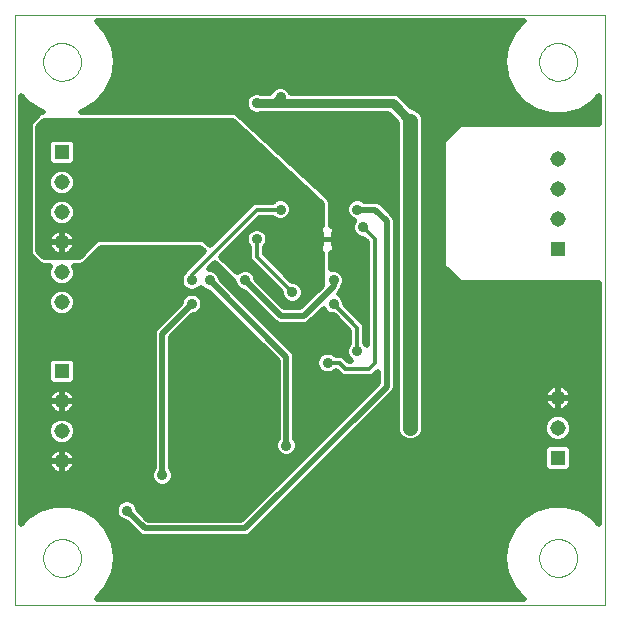
<source format=gbl>
G75*
%MOIN*%
%OFA0B0*%
%FSLAX24Y24*%
%IPPOS*%
%LPD*%
%AMOC8*
5,1,8,0,0,1.08239X$1,22.5*
%
%ADD10C,0.0000*%
%ADD11R,0.0515X0.0515*%
%ADD12C,0.0515*%
%ADD13R,0.0250X0.0500*%
%ADD14C,0.0160*%
%ADD15C,0.0197*%
%ADD16C,0.0356*%
%ADD17C,0.0315*%
%ADD18C,0.0138*%
%ADD19C,0.0500*%
D10*
X000198Y000198D02*
X000198Y019883D01*
X019883Y019883D01*
X019883Y000198D01*
X000198Y000198D01*
X001143Y001773D02*
X001145Y001823D01*
X001151Y001873D01*
X001161Y001922D01*
X001175Y001970D01*
X001192Y002017D01*
X001213Y002062D01*
X001238Y002106D01*
X001266Y002147D01*
X001298Y002186D01*
X001332Y002223D01*
X001369Y002257D01*
X001409Y002287D01*
X001451Y002314D01*
X001495Y002338D01*
X001541Y002359D01*
X001588Y002375D01*
X001636Y002388D01*
X001686Y002397D01*
X001735Y002402D01*
X001786Y002403D01*
X001836Y002400D01*
X001885Y002393D01*
X001934Y002382D01*
X001982Y002367D01*
X002028Y002349D01*
X002073Y002327D01*
X002116Y002301D01*
X002157Y002272D01*
X002196Y002240D01*
X002232Y002205D01*
X002264Y002167D01*
X002294Y002127D01*
X002321Y002084D01*
X002344Y002040D01*
X002363Y001994D01*
X002379Y001946D01*
X002391Y001897D01*
X002399Y001848D01*
X002403Y001798D01*
X002403Y001748D01*
X002399Y001698D01*
X002391Y001649D01*
X002379Y001600D01*
X002363Y001552D01*
X002344Y001506D01*
X002321Y001462D01*
X002294Y001419D01*
X002264Y001379D01*
X002232Y001341D01*
X002196Y001306D01*
X002157Y001274D01*
X002116Y001245D01*
X002073Y001219D01*
X002028Y001197D01*
X001982Y001179D01*
X001934Y001164D01*
X001885Y001153D01*
X001836Y001146D01*
X001786Y001143D01*
X001735Y001144D01*
X001686Y001149D01*
X001636Y001158D01*
X001588Y001171D01*
X001541Y001187D01*
X001495Y001208D01*
X001451Y001232D01*
X001409Y001259D01*
X001369Y001289D01*
X001332Y001323D01*
X001298Y001360D01*
X001266Y001399D01*
X001238Y001440D01*
X001213Y001484D01*
X001192Y001529D01*
X001175Y001576D01*
X001161Y001624D01*
X001151Y001673D01*
X001145Y001723D01*
X001143Y001773D01*
X001143Y018309D02*
X001145Y018359D01*
X001151Y018409D01*
X001161Y018458D01*
X001175Y018506D01*
X001192Y018553D01*
X001213Y018598D01*
X001238Y018642D01*
X001266Y018683D01*
X001298Y018722D01*
X001332Y018759D01*
X001369Y018793D01*
X001409Y018823D01*
X001451Y018850D01*
X001495Y018874D01*
X001541Y018895D01*
X001588Y018911D01*
X001636Y018924D01*
X001686Y018933D01*
X001735Y018938D01*
X001786Y018939D01*
X001836Y018936D01*
X001885Y018929D01*
X001934Y018918D01*
X001982Y018903D01*
X002028Y018885D01*
X002073Y018863D01*
X002116Y018837D01*
X002157Y018808D01*
X002196Y018776D01*
X002232Y018741D01*
X002264Y018703D01*
X002294Y018663D01*
X002321Y018620D01*
X002344Y018576D01*
X002363Y018530D01*
X002379Y018482D01*
X002391Y018433D01*
X002399Y018384D01*
X002403Y018334D01*
X002403Y018284D01*
X002399Y018234D01*
X002391Y018185D01*
X002379Y018136D01*
X002363Y018088D01*
X002344Y018042D01*
X002321Y017998D01*
X002294Y017955D01*
X002264Y017915D01*
X002232Y017877D01*
X002196Y017842D01*
X002157Y017810D01*
X002116Y017781D01*
X002073Y017755D01*
X002028Y017733D01*
X001982Y017715D01*
X001934Y017700D01*
X001885Y017689D01*
X001836Y017682D01*
X001786Y017679D01*
X001735Y017680D01*
X001686Y017685D01*
X001636Y017694D01*
X001588Y017707D01*
X001541Y017723D01*
X001495Y017744D01*
X001451Y017768D01*
X001409Y017795D01*
X001369Y017825D01*
X001332Y017859D01*
X001298Y017896D01*
X001266Y017935D01*
X001238Y017976D01*
X001213Y018020D01*
X001192Y018065D01*
X001175Y018112D01*
X001161Y018160D01*
X001151Y018209D01*
X001145Y018259D01*
X001143Y018309D01*
X017679Y018309D02*
X017681Y018359D01*
X017687Y018409D01*
X017697Y018458D01*
X017711Y018506D01*
X017728Y018553D01*
X017749Y018598D01*
X017774Y018642D01*
X017802Y018683D01*
X017834Y018722D01*
X017868Y018759D01*
X017905Y018793D01*
X017945Y018823D01*
X017987Y018850D01*
X018031Y018874D01*
X018077Y018895D01*
X018124Y018911D01*
X018172Y018924D01*
X018222Y018933D01*
X018271Y018938D01*
X018322Y018939D01*
X018372Y018936D01*
X018421Y018929D01*
X018470Y018918D01*
X018518Y018903D01*
X018564Y018885D01*
X018609Y018863D01*
X018652Y018837D01*
X018693Y018808D01*
X018732Y018776D01*
X018768Y018741D01*
X018800Y018703D01*
X018830Y018663D01*
X018857Y018620D01*
X018880Y018576D01*
X018899Y018530D01*
X018915Y018482D01*
X018927Y018433D01*
X018935Y018384D01*
X018939Y018334D01*
X018939Y018284D01*
X018935Y018234D01*
X018927Y018185D01*
X018915Y018136D01*
X018899Y018088D01*
X018880Y018042D01*
X018857Y017998D01*
X018830Y017955D01*
X018800Y017915D01*
X018768Y017877D01*
X018732Y017842D01*
X018693Y017810D01*
X018652Y017781D01*
X018609Y017755D01*
X018564Y017733D01*
X018518Y017715D01*
X018470Y017700D01*
X018421Y017689D01*
X018372Y017682D01*
X018322Y017679D01*
X018271Y017680D01*
X018222Y017685D01*
X018172Y017694D01*
X018124Y017707D01*
X018077Y017723D01*
X018031Y017744D01*
X017987Y017768D01*
X017945Y017795D01*
X017905Y017825D01*
X017868Y017859D01*
X017834Y017896D01*
X017802Y017935D01*
X017774Y017976D01*
X017749Y018020D01*
X017728Y018065D01*
X017711Y018112D01*
X017697Y018160D01*
X017687Y018209D01*
X017681Y018259D01*
X017679Y018309D01*
X017679Y001773D02*
X017681Y001823D01*
X017687Y001873D01*
X017697Y001922D01*
X017711Y001970D01*
X017728Y002017D01*
X017749Y002062D01*
X017774Y002106D01*
X017802Y002147D01*
X017834Y002186D01*
X017868Y002223D01*
X017905Y002257D01*
X017945Y002287D01*
X017987Y002314D01*
X018031Y002338D01*
X018077Y002359D01*
X018124Y002375D01*
X018172Y002388D01*
X018222Y002397D01*
X018271Y002402D01*
X018322Y002403D01*
X018372Y002400D01*
X018421Y002393D01*
X018470Y002382D01*
X018518Y002367D01*
X018564Y002349D01*
X018609Y002327D01*
X018652Y002301D01*
X018693Y002272D01*
X018732Y002240D01*
X018768Y002205D01*
X018800Y002167D01*
X018830Y002127D01*
X018857Y002084D01*
X018880Y002040D01*
X018899Y001994D01*
X018915Y001946D01*
X018927Y001897D01*
X018935Y001848D01*
X018939Y001798D01*
X018939Y001748D01*
X018935Y001698D01*
X018927Y001649D01*
X018915Y001600D01*
X018899Y001552D01*
X018880Y001506D01*
X018857Y001462D01*
X018830Y001419D01*
X018800Y001379D01*
X018768Y001341D01*
X018732Y001306D01*
X018693Y001274D01*
X018652Y001245D01*
X018609Y001219D01*
X018564Y001197D01*
X018518Y001179D01*
X018470Y001164D01*
X018421Y001153D01*
X018372Y001146D01*
X018322Y001143D01*
X018271Y001144D01*
X018222Y001149D01*
X018172Y001158D01*
X018124Y001171D01*
X018077Y001187D01*
X018031Y001208D01*
X017987Y001232D01*
X017945Y001259D01*
X017905Y001289D01*
X017868Y001323D01*
X017834Y001360D01*
X017802Y001399D01*
X017774Y001440D01*
X017749Y001484D01*
X017728Y001529D01*
X017711Y001576D01*
X017697Y001624D01*
X017687Y001673D01*
X017681Y001723D01*
X017679Y001773D01*
D11*
X018309Y005104D03*
X018309Y012084D03*
X001773Y015297D03*
X001773Y007998D03*
D12*
X001773Y006998D03*
X001773Y005998D03*
X001773Y004998D03*
X001773Y010297D03*
X001773Y011297D03*
X001773Y012297D03*
X001773Y013297D03*
X001773Y014297D03*
X018309Y014084D03*
X018309Y013084D03*
X018309Y015084D03*
X018309Y007104D03*
X018309Y006104D03*
D13*
X010881Y012403D03*
X010381Y012403D03*
D14*
X010881Y012403D01*
D15*
X011025Y012259D01*
X011025Y012009D01*
X011033Y011955D02*
X011083Y011968D01*
X011128Y011994D01*
X011165Y012031D01*
X011191Y012077D01*
X011205Y012127D01*
X011205Y012403D01*
X011160Y012403D01*
X011160Y012403D01*
X011205Y012403D01*
X011205Y012679D01*
X011191Y012730D01*
X011165Y012775D01*
X011128Y012812D01*
X011083Y012838D01*
X011033Y012852D01*
X010882Y012852D01*
X010882Y012682D01*
X010881Y012682D01*
X010881Y012852D01*
X010731Y012852D01*
X010731Y013531D01*
X010733Y013535D01*
X010731Y013589D01*
X010731Y013643D01*
X010729Y013648D01*
X010729Y013653D01*
X010707Y013703D01*
X010686Y013752D01*
X010683Y013756D01*
X010680Y013761D01*
X010641Y013798D01*
X010603Y013836D01*
X010598Y013838D01*
X007688Y016554D01*
X007650Y016592D01*
X007645Y016594D01*
X007641Y016597D01*
X007591Y016616D01*
X007541Y016637D01*
X007536Y016637D01*
X007531Y016639D01*
X007477Y016637D01*
X002399Y016637D01*
X002520Y016673D01*
X002520Y016673D01*
X002951Y016950D01*
X003286Y017336D01*
X003286Y017336D01*
X003499Y017802D01*
X003572Y018309D01*
X003499Y018815D01*
X003499Y018815D01*
X003286Y019281D01*
X002951Y019668D01*
X002924Y019685D01*
X017158Y019685D01*
X017131Y019668D01*
X017131Y019668D01*
X017131Y019668D01*
X016796Y019281D01*
X016583Y018815D01*
X016510Y018309D01*
X016510Y018309D01*
X016583Y017802D01*
X016583Y017802D01*
X016796Y017336D01*
X017131Y016950D01*
X017562Y016673D01*
X018053Y016529D01*
X018565Y016529D01*
X019056Y016673D01*
X019486Y016950D01*
X019685Y017179D01*
X019685Y016243D01*
X015100Y016243D01*
X014991Y016198D01*
X014907Y016115D01*
X014514Y015721D01*
X014469Y015612D01*
X014469Y011557D01*
X014514Y011448D01*
X014597Y011364D01*
X014991Y010970D01*
X015100Y010925D01*
X019685Y010925D01*
X019685Y002903D01*
X019486Y003132D01*
X019056Y003409D01*
X019056Y003409D01*
X018565Y003553D01*
X018053Y003553D01*
X017562Y003409D01*
X017562Y003409D01*
X017131Y003132D01*
X016796Y002746D01*
X016796Y002746D01*
X016583Y002280D01*
X016583Y002280D01*
X016510Y001773D01*
X016583Y001267D01*
X016583Y001267D01*
X016796Y000801D01*
X017131Y000414D01*
X017158Y000397D01*
X002924Y000397D01*
X002951Y000414D01*
X002951Y000414D01*
X002951Y000414D01*
X003286Y000801D01*
X003499Y001267D01*
X003572Y001773D01*
X003499Y002280D01*
X003286Y002746D01*
X002951Y003132D01*
X002520Y003409D01*
X002029Y003553D01*
X001517Y003553D01*
X001026Y003409D01*
X000596Y003132D01*
X000596Y003132D01*
X000397Y002903D01*
X000397Y017179D01*
X000596Y016950D01*
X001026Y016673D01*
X001148Y016637D01*
X001124Y016637D01*
X001015Y016592D01*
X000931Y016508D01*
X000734Y016311D01*
X000689Y016202D01*
X000689Y011950D01*
X000734Y011841D01*
X000818Y011758D01*
X001015Y011561D01*
X001124Y011516D01*
X001370Y011516D01*
X001317Y011388D01*
X001317Y011206D01*
X001387Y011039D01*
X001515Y010910D01*
X001683Y010841D01*
X001864Y010841D01*
X002031Y010910D01*
X002160Y011039D01*
X002229Y011206D01*
X002229Y011388D01*
X002176Y011516D01*
X002423Y011516D01*
X002532Y011561D01*
X002615Y011644D01*
X002615Y011644D01*
X003077Y012106D01*
X006375Y012106D01*
X006492Y011989D01*
X005953Y011449D01*
X005877Y011373D01*
X005847Y011301D01*
X005785Y011238D01*
X005727Y011100D01*
X005727Y010950D01*
X005785Y010812D01*
X005891Y010706D01*
X006029Y010649D01*
X006179Y010649D01*
X006317Y010706D01*
X006399Y010788D01*
X006481Y010706D01*
X006620Y010649D01*
X006651Y010649D01*
X008957Y008343D01*
X008957Y005749D01*
X008934Y005727D01*
X008877Y005588D01*
X008877Y005438D01*
X008934Y005300D01*
X009040Y005194D01*
X009179Y005137D01*
X009328Y005137D01*
X009467Y005194D01*
X009573Y005300D01*
X009630Y005438D01*
X009630Y005588D01*
X009573Y005727D01*
X009550Y005749D01*
X009550Y008525D01*
X009505Y008634D01*
X007071Y011068D01*
X007071Y011100D01*
X007014Y011238D01*
X006908Y011344D01*
X006769Y011402D01*
X006662Y011402D01*
X006870Y011611D01*
X007499Y010982D01*
X007499Y010950D01*
X007556Y010812D01*
X007662Y010706D01*
X007801Y010649D01*
X007832Y010649D01*
X008805Y009676D01*
X008889Y009592D01*
X008998Y009547D01*
X009903Y009547D01*
X010012Y009592D01*
X010490Y010070D01*
X010509Y010025D01*
X010615Y009919D01*
X010753Y009861D01*
X010827Y009861D01*
X011348Y009340D01*
X011348Y008928D01*
X011297Y008876D01*
X011239Y008738D01*
X011239Y008588D01*
X011297Y008450D01*
X011402Y008344D01*
X011412Y008340D01*
X011333Y008340D01*
X011177Y008496D01*
X011078Y008537D01*
X010897Y008537D01*
X010845Y008589D01*
X010706Y008646D01*
X010557Y008646D01*
X010418Y008589D01*
X010312Y008483D01*
X010255Y008344D01*
X010255Y008194D01*
X010312Y008056D01*
X010418Y007950D01*
X010557Y007893D01*
X010706Y007893D01*
X010845Y007950D01*
X010897Y008002D01*
X010914Y008002D01*
X010995Y007921D01*
X011071Y007846D01*
X011169Y007805D01*
X012063Y007805D01*
X012161Y007846D01*
X012303Y007988D01*
X012303Y007605D01*
X007753Y003054D01*
X004652Y003054D01*
X004315Y003391D01*
X004315Y003423D01*
X004258Y003561D01*
X004152Y003667D01*
X004013Y003725D01*
X003864Y003725D01*
X003725Y003667D01*
X003619Y003561D01*
X003562Y003423D01*
X003562Y003273D01*
X003619Y003135D01*
X003725Y003029D01*
X003864Y002971D01*
X003895Y002971D01*
X004277Y002589D01*
X004361Y002506D01*
X004470Y002461D01*
X007935Y002461D01*
X008044Y002506D01*
X012768Y007230D01*
X012852Y007314D01*
X012897Y007423D01*
X012897Y013053D01*
X012852Y013162D01*
X012458Y013556D01*
X012374Y013639D01*
X012265Y013684D01*
X011851Y013684D01*
X011829Y013707D01*
X011691Y013764D01*
X011541Y013764D01*
X011402Y013707D01*
X011297Y013601D01*
X011239Y013462D01*
X011239Y013313D01*
X011297Y013174D01*
X011402Y013068D01*
X011508Y013025D01*
X011493Y013010D01*
X011436Y012872D01*
X011436Y012722D01*
X011493Y012584D01*
X011599Y012478D01*
X011738Y012420D01*
X011811Y012420D01*
X011939Y012292D01*
X011939Y008867D01*
X011935Y008876D01*
X011883Y008928D01*
X011883Y009504D01*
X011842Y009602D01*
X011205Y010239D01*
X011205Y010313D01*
X011148Y010451D01*
X011042Y010557D01*
X010996Y010576D01*
X010996Y010577D01*
X011080Y010660D01*
X011125Y010769D01*
X011125Y010790D01*
X011148Y010812D01*
X011205Y010950D01*
X011205Y011100D01*
X011148Y011238D01*
X011042Y011344D01*
X010903Y011402D01*
X010753Y011402D01*
X010731Y011393D01*
X010731Y011955D01*
X010881Y011955D01*
X010881Y012125D01*
X010882Y012125D01*
X010882Y011955D01*
X011033Y011955D01*
X010881Y012115D02*
X010882Y012115D01*
X010731Y011919D02*
X011939Y011919D01*
X011939Y011724D02*
X010731Y011724D01*
X010731Y011529D02*
X011939Y011529D01*
X011939Y011333D02*
X011053Y011333D01*
X011189Y011138D02*
X011939Y011138D01*
X011939Y010943D02*
X011202Y010943D01*
X011116Y010747D02*
X011939Y010747D01*
X011939Y010552D02*
X011047Y010552D01*
X011187Y010357D02*
X011939Y010357D01*
X011939Y010161D02*
X011283Y010161D01*
X011478Y009966D02*
X011939Y009966D01*
X011939Y009771D02*
X011674Y009771D01*
X011853Y009575D02*
X011939Y009575D01*
X011939Y009380D02*
X011883Y009380D01*
X011883Y009185D02*
X011939Y009185D01*
X011939Y008989D02*
X011883Y008989D01*
X011348Y008989D02*
X009150Y008989D01*
X008955Y009185D02*
X011348Y009185D01*
X011308Y009380D02*
X008760Y009380D01*
X008930Y009575D02*
X008564Y009575D01*
X008710Y009771D02*
X008369Y009771D01*
X008515Y009966D02*
X008174Y009966D01*
X008320Y010161D02*
X007978Y010161D01*
X008124Y010357D02*
X007783Y010357D01*
X007929Y010552D02*
X007587Y010552D01*
X007621Y010747D02*
X007392Y010747D01*
X007502Y010943D02*
X007197Y010943D01*
X007055Y011138D02*
X007343Y011138D01*
X007148Y011333D02*
X006919Y011333D01*
X006952Y011529D02*
X006789Y011529D01*
X007080Y011820D02*
X008380Y013120D01*
X008792Y013120D01*
X008843Y013068D01*
X008982Y013011D01*
X009132Y013011D01*
X009270Y013068D01*
X009376Y013174D01*
X009433Y013313D01*
X009433Y013462D01*
X009376Y013601D01*
X009270Y013707D01*
X009132Y013764D01*
X008982Y013764D01*
X008843Y013707D01*
X008792Y013655D01*
X008216Y013655D01*
X008118Y013614D01*
X006702Y012198D01*
X006498Y012403D01*
X002954Y012403D01*
X002364Y011813D01*
X001183Y011813D01*
X000986Y012009D01*
X000986Y016143D01*
X001183Y016340D01*
X007482Y016340D01*
X010435Y013584D01*
X010435Y012852D01*
X010382Y012852D01*
X010382Y012682D01*
X010381Y012682D01*
X010381Y012852D01*
X010230Y012852D01*
X010180Y012838D01*
X010135Y012812D01*
X010098Y012775D01*
X010072Y012730D01*
X010058Y012679D01*
X010058Y012403D01*
X010058Y012127D01*
X010072Y012077D01*
X010098Y012031D01*
X010135Y011994D01*
X010180Y011968D01*
X010230Y011955D01*
X010381Y011955D01*
X010381Y012125D01*
X010382Y012125D01*
X010382Y011955D01*
X010435Y011955D01*
X010435Y010854D01*
X009721Y010141D01*
X009180Y010141D01*
X008252Y011068D01*
X008252Y011100D01*
X008195Y011238D01*
X008089Y011344D01*
X007950Y011402D01*
X007801Y011402D01*
X007662Y011344D01*
X007609Y011291D01*
X007080Y011820D01*
X007177Y011724D02*
X008017Y011724D01*
X008002Y011759D02*
X008043Y011661D01*
X009074Y010630D01*
X009074Y010557D01*
X009131Y010418D01*
X009237Y010312D01*
X009375Y010255D01*
X009525Y010255D01*
X009664Y010312D01*
X009770Y010418D01*
X009827Y010557D01*
X009827Y010706D01*
X009770Y010845D01*
X009664Y010951D01*
X009525Y011008D01*
X009452Y011008D01*
X008537Y011923D01*
X008537Y012138D01*
X008589Y012190D01*
X008646Y012328D01*
X008646Y012478D01*
X008589Y012616D01*
X008483Y012722D01*
X008344Y012780D01*
X008194Y012780D01*
X008056Y012722D01*
X007950Y012616D01*
X007893Y012478D01*
X007893Y012328D01*
X007950Y012190D01*
X008002Y012138D01*
X008002Y011759D01*
X008002Y011919D02*
X007179Y011919D01*
X007375Y012115D02*
X008002Y012115D01*
X007900Y012310D02*
X007570Y012310D01*
X007765Y012506D02*
X007904Y012506D01*
X007961Y012701D02*
X008035Y012701D01*
X008156Y012896D02*
X010435Y012896D01*
X010435Y013092D02*
X009293Y013092D01*
X009423Y013287D02*
X010435Y013287D01*
X010435Y013482D02*
X009425Y013482D01*
X009299Y013678D02*
X010335Y013678D01*
X010125Y013873D02*
X001941Y013873D01*
X001864Y013841D02*
X002031Y013910D01*
X002160Y014039D01*
X002229Y014206D01*
X002229Y014388D01*
X002160Y014555D01*
X002031Y014683D01*
X001864Y014753D01*
X001683Y014753D01*
X001515Y014683D01*
X001387Y014555D01*
X001317Y014388D01*
X001317Y014206D01*
X001387Y014039D01*
X001515Y013910D01*
X001683Y013841D01*
X001864Y013841D01*
X001864Y013753D02*
X001683Y013753D01*
X001515Y013683D01*
X001387Y013555D01*
X001317Y013388D01*
X001317Y013206D01*
X001387Y013039D01*
X001515Y012910D01*
X001683Y012841D01*
X001864Y012841D01*
X002031Y012910D01*
X002160Y013039D01*
X002229Y013206D01*
X002229Y013388D01*
X002160Y013555D01*
X002031Y013683D01*
X001864Y013753D01*
X002037Y013678D02*
X008814Y013678D01*
X008820Y013092D02*
X008352Y013092D01*
X008504Y012701D02*
X010064Y012701D01*
X010058Y012506D02*
X008634Y012506D01*
X008638Y012310D02*
X010058Y012310D01*
X010058Y012403D02*
X010103Y012403D01*
X010103Y012403D01*
X010058Y012403D01*
X010381Y012701D02*
X010382Y012701D01*
X010731Y012896D02*
X011446Y012896D01*
X011445Y012701D02*
X011199Y012701D01*
X011205Y012506D02*
X011571Y012506D01*
X011921Y012310D02*
X011205Y012310D01*
X011202Y012115D02*
X011939Y012115D01*
X012897Y012115D02*
X012939Y012115D01*
X012939Y012310D02*
X012897Y012310D01*
X012897Y012506D02*
X012939Y012506D01*
X012939Y012701D02*
X012897Y012701D01*
X012897Y012896D02*
X012939Y012896D01*
X012939Y013092D02*
X012881Y013092D01*
X012939Y013287D02*
X012727Y013287D01*
X012531Y013482D02*
X012939Y013482D01*
X012939Y013678D02*
X012281Y013678D01*
X012206Y013387D02*
X011616Y013387D01*
X011373Y013678D02*
X010718Y013678D01*
X010731Y013482D02*
X011247Y013482D01*
X011250Y013287D02*
X010731Y013287D01*
X010731Y013092D02*
X011379Y013092D01*
X010882Y012701D02*
X010881Y012701D01*
X010382Y012115D02*
X010381Y012115D01*
X010435Y011919D02*
X008540Y011919D01*
X008537Y012115D02*
X010061Y012115D01*
X010435Y011724D02*
X008736Y011724D01*
X008931Y011529D02*
X010435Y011529D01*
X010435Y011333D02*
X009127Y011333D01*
X009322Y011138D02*
X010435Y011138D01*
X010435Y010943D02*
X009672Y010943D01*
X009810Y010747D02*
X010328Y010747D01*
X010132Y010552D02*
X009825Y010552D01*
X009937Y010357D02*
X009708Y010357D01*
X009741Y010161D02*
X009159Y010161D01*
X009193Y010357D02*
X008964Y010357D01*
X009076Y010552D02*
X008769Y010552D01*
X008956Y010747D02*
X008573Y010747D01*
X008761Y010943D02*
X008378Y010943D01*
X008236Y011138D02*
X008566Y011138D01*
X008370Y011333D02*
X008100Y011333D01*
X008175Y011529D02*
X007372Y011529D01*
X007567Y011333D02*
X007651Y011333D01*
X007876Y011025D02*
X009057Y009844D01*
X009844Y009844D01*
X010828Y010828D01*
X010828Y011025D01*
X010568Y009966D02*
X010386Y009966D01*
X010190Y009771D02*
X010917Y009771D01*
X011113Y009575D02*
X009971Y009575D01*
X009346Y008794D02*
X011262Y008794D01*
X011239Y008599D02*
X010821Y008599D01*
X010442Y008599D02*
X009520Y008599D01*
X009550Y008403D02*
X010279Y008403D01*
X010255Y008208D02*
X009550Y008208D01*
X009550Y008012D02*
X010356Y008012D01*
X011140Y007817D02*
X009550Y007817D01*
X009550Y007622D02*
X012303Y007622D01*
X012303Y007817D02*
X012092Y007817D01*
X012125Y007426D02*
X009550Y007426D01*
X009550Y007231D02*
X011929Y007231D01*
X011734Y007036D02*
X009550Y007036D01*
X009550Y006840D02*
X011539Y006840D01*
X011343Y006645D02*
X009550Y006645D01*
X009550Y006450D02*
X011148Y006450D01*
X010953Y006254D02*
X009550Y006254D01*
X009550Y006059D02*
X010757Y006059D01*
X010562Y005864D02*
X009550Y005864D01*
X009597Y005668D02*
X010367Y005668D01*
X010171Y005473D02*
X009630Y005473D01*
X009550Y005278D02*
X009976Y005278D01*
X009780Y005082D02*
X005417Y005082D01*
X005417Y004887D02*
X009585Y004887D01*
X009390Y004691D02*
X005460Y004691D01*
X005439Y004742D02*
X005417Y004765D01*
X005417Y009131D01*
X006147Y009861D01*
X006179Y009861D01*
X006317Y009919D01*
X006423Y010025D01*
X006480Y010163D01*
X006480Y010313D01*
X006423Y010451D01*
X006317Y010557D01*
X006179Y010614D01*
X006029Y010614D01*
X005891Y010557D01*
X005785Y010451D01*
X005727Y010313D01*
X005727Y010281D01*
X004868Y009422D01*
X004823Y009313D01*
X004823Y004765D01*
X004800Y004742D01*
X004743Y004604D01*
X004743Y004454D01*
X004800Y004316D01*
X004906Y004210D01*
X005045Y004153D01*
X005195Y004153D01*
X005333Y004210D01*
X005439Y004316D01*
X005496Y004454D01*
X005496Y004604D01*
X005439Y004742D01*
X005496Y004496D02*
X009194Y004496D01*
X008999Y004301D02*
X005424Y004301D01*
X005120Y004529D02*
X005120Y009254D01*
X006104Y010238D01*
X006365Y009966D02*
X007334Y009966D01*
X007529Y009771D02*
X006057Y009771D01*
X005861Y009575D02*
X007725Y009575D01*
X007920Y009380D02*
X005666Y009380D01*
X005907Y009254D02*
X006104Y009254D01*
X005471Y009185D02*
X008115Y009185D01*
X008311Y008989D02*
X005417Y008989D01*
X005417Y008794D02*
X008506Y008794D01*
X008701Y008599D02*
X005417Y008599D01*
X005417Y008403D02*
X008897Y008403D01*
X008957Y008208D02*
X005417Y008208D01*
X005417Y008012D02*
X008957Y008012D01*
X008957Y007817D02*
X005417Y007817D01*
X005417Y007622D02*
X008957Y007622D01*
X008957Y007426D02*
X005417Y007426D01*
X005417Y007231D02*
X008957Y007231D01*
X008957Y007036D02*
X005417Y007036D01*
X005417Y006840D02*
X008957Y006840D01*
X008957Y006645D02*
X005417Y006645D01*
X005417Y006450D02*
X008957Y006450D01*
X008957Y006254D02*
X005417Y006254D01*
X005417Y006059D02*
X008957Y006059D01*
X008957Y005864D02*
X005417Y005864D01*
X005417Y005668D02*
X008910Y005668D01*
X008877Y005473D02*
X005417Y005473D01*
X005417Y005278D02*
X008957Y005278D01*
X009254Y005513D02*
X009254Y008466D01*
X006694Y011025D01*
X006440Y010747D02*
X006359Y010747D01*
X006322Y010552D02*
X006748Y010552D01*
X006943Y010357D02*
X006462Y010357D01*
X006480Y010161D02*
X007139Y010161D01*
X005886Y010552D02*
X002161Y010552D01*
X002160Y010555D02*
X002031Y010683D01*
X001864Y010753D01*
X001683Y010753D01*
X001515Y010683D01*
X001387Y010555D01*
X001317Y010388D01*
X001317Y010206D01*
X001387Y010039D01*
X001515Y009910D01*
X001683Y009841D01*
X001864Y009841D01*
X002031Y009910D01*
X002160Y010039D01*
X002229Y010206D01*
X002229Y010388D01*
X002160Y010555D01*
X002229Y010357D02*
X005746Y010357D01*
X005608Y010161D02*
X002211Y010161D01*
X002087Y009966D02*
X005412Y009966D01*
X005217Y009771D02*
X000397Y009771D01*
X000397Y009966D02*
X001459Y009966D01*
X001336Y010161D02*
X000397Y010161D01*
X000397Y010357D02*
X001317Y010357D01*
X001385Y010552D02*
X000397Y010552D01*
X000397Y010747D02*
X001670Y010747D01*
X001877Y010747D02*
X005849Y010747D01*
X005731Y010943D02*
X002064Y010943D01*
X002201Y011138D02*
X005743Y011138D01*
X005861Y011333D02*
X002229Y011333D01*
X002454Y011529D02*
X006033Y011529D01*
X006228Y011724D02*
X002695Y011724D01*
X002890Y011919D02*
X006423Y011919D01*
X006591Y012310D02*
X006814Y012310D01*
X007009Y012506D02*
X002179Y012506D01*
X002163Y012536D02*
X002121Y012594D01*
X002070Y012645D01*
X002012Y012687D01*
X001948Y012719D01*
X001880Y012742D01*
X001809Y012753D01*
X001773Y012753D01*
X001737Y012753D01*
X001666Y012742D01*
X001598Y012719D01*
X001534Y012687D01*
X001476Y012645D01*
X001425Y012594D01*
X001383Y012536D01*
X001351Y012472D01*
X001329Y012404D01*
X001317Y012333D01*
X001317Y012297D01*
X001773Y012297D01*
X001773Y012297D01*
X001773Y012753D01*
X001773Y012297D01*
X001773Y012297D01*
X001317Y012297D01*
X001317Y012261D01*
X001329Y012190D01*
X001351Y012122D01*
X001383Y012058D01*
X001425Y012000D01*
X001476Y011949D01*
X001534Y011907D01*
X001598Y011874D01*
X001666Y011852D01*
X001737Y011841D01*
X001773Y011841D01*
X001773Y012297D01*
X001773Y012297D01*
X002229Y012297D01*
X002229Y012333D01*
X002218Y012404D01*
X002196Y012472D01*
X002163Y012536D01*
X002229Y012310D02*
X002861Y012310D01*
X002666Y012115D02*
X002192Y012115D01*
X002196Y012122D02*
X002218Y012190D01*
X002229Y012261D01*
X002229Y012297D01*
X001773Y012297D01*
X001773Y012297D01*
X001773Y011841D01*
X001809Y011841D01*
X001880Y011852D01*
X001948Y011874D01*
X002012Y011907D01*
X002070Y011949D01*
X002121Y012000D01*
X002163Y012058D01*
X002196Y012122D01*
X002029Y011919D02*
X002471Y011919D01*
X001773Y011919D02*
X001773Y011919D01*
X001773Y012115D02*
X001773Y012115D01*
X001773Y012310D02*
X001773Y012310D01*
X001773Y012506D02*
X001773Y012506D01*
X001773Y012701D02*
X001773Y012701D01*
X001562Y012701D02*
X000986Y012701D01*
X000986Y012896D02*
X001549Y012896D01*
X001365Y013092D02*
X000986Y013092D01*
X000986Y013287D02*
X001317Y013287D01*
X001357Y013482D02*
X000986Y013482D01*
X000986Y013678D02*
X001509Y013678D01*
X001605Y013873D02*
X000986Y013873D01*
X000986Y014068D02*
X001374Y014068D01*
X001317Y014264D02*
X000986Y014264D01*
X000986Y014459D02*
X001347Y014459D01*
X001486Y014654D02*
X000986Y014654D01*
X000986Y014850D02*
X001425Y014850D01*
X001434Y014841D02*
X001317Y014957D01*
X001317Y015637D01*
X001434Y015753D01*
X002113Y015753D01*
X002229Y015637D01*
X002229Y014957D01*
X002113Y014841D01*
X001434Y014841D01*
X001317Y015045D02*
X000986Y015045D01*
X000986Y015240D02*
X001317Y015240D01*
X001317Y015436D02*
X000986Y015436D01*
X000986Y015631D02*
X001317Y015631D01*
X000986Y015826D02*
X008032Y015826D01*
X007823Y016022D02*
X000986Y016022D01*
X001060Y016217D02*
X007614Y016217D01*
X007839Y016413D02*
X012812Y016413D01*
X012939Y016285D02*
X012939Y006408D01*
X012939Y006015D01*
X013007Y005850D01*
X013133Y005724D01*
X013298Y005656D01*
X013477Y005656D01*
X013641Y005724D01*
X013768Y005850D01*
X013836Y006015D01*
X013836Y016429D01*
X013768Y016594D01*
X013641Y016720D01*
X013477Y016789D01*
X013442Y016789D01*
X012998Y017232D01*
X012868Y017287D01*
X009398Y017287D01*
X009376Y017341D01*
X009270Y017447D01*
X009132Y017504D01*
X008982Y017504D01*
X008843Y017447D01*
X008737Y017341D01*
X008717Y017291D01*
X008712Y017287D01*
X008394Y017287D01*
X008344Y017307D01*
X008194Y017307D01*
X008056Y017250D01*
X007950Y017144D01*
X007893Y017006D01*
X007893Y016856D01*
X007950Y016717D01*
X008056Y016611D01*
X008194Y016554D01*
X008344Y016554D01*
X008394Y016575D01*
X012649Y016575D01*
X012939Y016285D01*
X012939Y016217D02*
X008049Y016217D01*
X008258Y016022D02*
X012939Y016022D01*
X012939Y015826D02*
X008467Y015826D01*
X008677Y015631D02*
X012939Y015631D01*
X012939Y015436D02*
X008886Y015436D01*
X009095Y015240D02*
X012939Y015240D01*
X012939Y015045D02*
X009305Y015045D01*
X009514Y014850D02*
X012939Y014850D01*
X012939Y014654D02*
X009723Y014654D01*
X009932Y014459D02*
X012939Y014459D01*
X012939Y014264D02*
X010142Y014264D01*
X010351Y014068D02*
X012939Y014068D01*
X012939Y013873D02*
X010560Y013873D01*
X009916Y014068D02*
X002172Y014068D01*
X002229Y014264D02*
X009707Y014264D01*
X009497Y014459D02*
X002200Y014459D01*
X002060Y014654D02*
X009288Y014654D01*
X009079Y014850D02*
X002122Y014850D01*
X002229Y015045D02*
X008869Y015045D01*
X008660Y015240D02*
X002229Y015240D01*
X002229Y015436D02*
X008451Y015436D01*
X008242Y015631D02*
X002229Y015631D01*
X002723Y016803D02*
X007915Y016803D01*
X007893Y016999D02*
X002993Y016999D01*
X002951Y016950D02*
X002951Y016950D01*
X002951Y016950D01*
X003163Y017194D02*
X008000Y017194D01*
X008065Y016608D02*
X007613Y016608D01*
X008786Y017389D02*
X003310Y017389D01*
X003400Y017585D02*
X016682Y017585D01*
X016593Y017780D02*
X003489Y017780D01*
X003499Y017802D02*
X003499Y017802D01*
X003524Y017975D02*
X016558Y017975D01*
X016530Y018171D02*
X003552Y018171D01*
X003563Y018366D02*
X016518Y018366D01*
X016547Y018561D02*
X003535Y018561D01*
X003507Y018757D02*
X016575Y018757D01*
X016583Y018815D02*
X016583Y018815D01*
X016646Y018952D02*
X003436Y018952D01*
X003347Y019147D02*
X016735Y019147D01*
X016796Y019281D02*
X016796Y019281D01*
X016849Y019343D02*
X003233Y019343D01*
X003286Y019281D02*
X003286Y019281D01*
X003063Y019538D02*
X017019Y019538D01*
X016772Y017389D02*
X009327Y017389D01*
X008860Y019293D02*
X008466Y019293D01*
X013037Y017194D02*
X016919Y017194D01*
X016796Y017336D02*
X016796Y017336D01*
X017088Y016999D02*
X013232Y016999D01*
X013428Y016803D02*
X017359Y016803D01*
X017562Y016673D02*
X017562Y016673D01*
X017783Y016608D02*
X013754Y016608D01*
X013836Y016413D02*
X019685Y016413D01*
X019685Y016608D02*
X018835Y016608D01*
X019056Y016673D02*
X019056Y016673D01*
X019259Y016803D02*
X019685Y016803D01*
X019685Y016999D02*
X019529Y016999D01*
X019486Y016950D02*
X019486Y016950D01*
X019486Y016950D01*
X017131Y016950D02*
X017131Y016950D01*
X015037Y016217D02*
X013836Y016217D01*
X013836Y016022D02*
X014815Y016022D01*
X014619Y015826D02*
X013836Y015826D01*
X013836Y015631D02*
X014477Y015631D01*
X014372Y015750D02*
X014175Y015750D01*
X014469Y015436D02*
X013836Y015436D01*
X013836Y015240D02*
X014469Y015240D01*
X014469Y015045D02*
X013836Y015045D01*
X013836Y014850D02*
X014469Y014850D01*
X014469Y014654D02*
X013836Y014654D01*
X013836Y014459D02*
X014469Y014459D01*
X014469Y014264D02*
X013836Y014264D01*
X013836Y014068D02*
X014469Y014068D01*
X014469Y013873D02*
X013836Y013873D01*
X013836Y013678D02*
X014469Y013678D01*
X014469Y013482D02*
X013836Y013482D01*
X013836Y013287D02*
X014469Y013287D01*
X014469Y013092D02*
X013836Y013092D01*
X013836Y012896D02*
X014469Y012896D01*
X014469Y012701D02*
X013836Y012701D01*
X013836Y012506D02*
X014469Y012506D01*
X014469Y012310D02*
X013836Y012310D01*
X013978Y012403D02*
X013978Y012206D01*
X013836Y012115D02*
X014469Y012115D01*
X014469Y011919D02*
X013836Y011919D01*
X013836Y011724D02*
X014469Y011724D01*
X014480Y011529D02*
X013836Y011529D01*
X013836Y011333D02*
X014628Y011333D01*
X014823Y011138D02*
X013836Y011138D01*
X013836Y010943D02*
X015058Y010943D01*
X013836Y010747D02*
X019685Y010747D01*
X019685Y010552D02*
X013836Y010552D01*
X013836Y010357D02*
X019685Y010357D01*
X019685Y010161D02*
X013836Y010161D01*
X013836Y009966D02*
X019685Y009966D01*
X019685Y009771D02*
X013836Y009771D01*
X013836Y009575D02*
X019685Y009575D01*
X019685Y009380D02*
X013836Y009380D01*
X013836Y009185D02*
X019685Y009185D01*
X019685Y008989D02*
X013836Y008989D01*
X013836Y008794D02*
X019685Y008794D01*
X019685Y008599D02*
X013836Y008599D01*
X013836Y008403D02*
X019685Y008403D01*
X019685Y008208D02*
X013836Y008208D01*
X013836Y008012D02*
X019685Y008012D01*
X019685Y007817D02*
X013836Y007817D01*
X013836Y007622D02*
X019685Y007622D01*
X019685Y007426D02*
X018631Y007426D01*
X018656Y007401D02*
X018606Y007452D01*
X018548Y007494D01*
X018484Y007526D01*
X018415Y007549D01*
X018345Y007560D01*
X018309Y007560D01*
X018309Y007104D01*
X018765Y007104D01*
X018765Y007140D01*
X018753Y007211D01*
X018731Y007279D01*
X018699Y007343D01*
X018656Y007401D01*
X018747Y007231D02*
X019685Y007231D01*
X019685Y007036D02*
X018759Y007036D01*
X018765Y007068D02*
X018765Y007104D01*
X018309Y007104D01*
X018309Y007104D01*
X018309Y007104D01*
X018309Y006648D01*
X018345Y006648D01*
X018415Y006659D01*
X018484Y006681D01*
X018548Y006714D01*
X018606Y006756D01*
X018656Y006807D01*
X018699Y006865D01*
X018731Y006929D01*
X018753Y006997D01*
X018765Y007068D01*
X018681Y006840D02*
X019685Y006840D01*
X019685Y006645D02*
X013836Y006645D01*
X013836Y006840D02*
X017937Y006840D01*
X017919Y006865D02*
X017961Y006807D01*
X018012Y006756D01*
X018070Y006714D01*
X018134Y006681D01*
X018202Y006659D01*
X018273Y006648D01*
X018309Y006648D01*
X018309Y007104D01*
X018309Y007104D01*
X018309Y007560D01*
X018273Y007560D01*
X018202Y007549D01*
X018134Y007526D01*
X018070Y007494D01*
X018012Y007452D01*
X017961Y007401D01*
X017919Y007343D01*
X017886Y007279D01*
X017864Y007211D01*
X017853Y007140D01*
X017853Y007104D01*
X018309Y007104D01*
X018309Y007104D01*
X017853Y007104D01*
X017853Y007068D01*
X017864Y006997D01*
X017886Y006929D01*
X017919Y006865D01*
X017858Y007036D02*
X013836Y007036D01*
X013836Y007231D02*
X017871Y007231D01*
X017986Y007426D02*
X013836Y007426D01*
X012939Y007426D02*
X012897Y007426D01*
X012897Y007622D02*
X012939Y007622D01*
X012939Y007817D02*
X012897Y007817D01*
X012897Y008012D02*
X012939Y008012D01*
X012939Y008208D02*
X012897Y008208D01*
X012897Y008403D02*
X012939Y008403D01*
X012939Y008599D02*
X012897Y008599D01*
X012897Y008794D02*
X012939Y008794D01*
X012939Y008989D02*
X012897Y008989D01*
X012897Y009185D02*
X012939Y009185D01*
X012939Y009380D02*
X012897Y009380D01*
X012897Y009575D02*
X012939Y009575D01*
X012939Y009771D02*
X012897Y009771D01*
X012897Y009966D02*
X012939Y009966D01*
X012939Y010161D02*
X012897Y010161D01*
X012897Y010357D02*
X012939Y010357D01*
X012939Y010552D02*
X012897Y010552D01*
X012897Y010747D02*
X012939Y010747D01*
X012939Y010943D02*
X012897Y010943D01*
X012897Y011138D02*
X012939Y011138D01*
X012939Y011333D02*
X012897Y011333D01*
X012897Y011529D02*
X012939Y011529D01*
X012939Y011724D02*
X012897Y011724D01*
X012897Y011919D02*
X012939Y011919D01*
X012600Y012994D02*
X012206Y013387D01*
X012600Y012994D02*
X012600Y007482D01*
X007876Y002757D01*
X004529Y002757D01*
X003939Y003348D01*
X003625Y003129D02*
X002954Y003129D01*
X002951Y003132D02*
X002951Y003132D01*
X003123Y002933D02*
X003933Y002933D01*
X004129Y002738D02*
X003290Y002738D01*
X003286Y002746D02*
X003286Y002746D01*
X003379Y002543D02*
X004324Y002543D01*
X004578Y003129D02*
X007827Y003129D01*
X008022Y003324D02*
X004382Y003324D01*
X004275Y003519D02*
X008218Y003519D01*
X008413Y003715D02*
X004037Y003715D01*
X003840Y003715D02*
X000397Y003715D01*
X000397Y003910D02*
X008608Y003910D01*
X008804Y004105D02*
X000397Y004105D01*
X000397Y004301D02*
X004816Y004301D01*
X004743Y004496D02*
X000397Y004496D01*
X000397Y004691D02*
X001435Y004691D01*
X001425Y004701D02*
X001476Y004650D01*
X001534Y004608D01*
X001598Y004575D01*
X001666Y004553D01*
X001737Y004542D01*
X001773Y004542D01*
X001773Y004998D01*
X001773Y005454D01*
X001737Y005454D01*
X001666Y005442D01*
X001598Y005420D01*
X001534Y005388D01*
X001476Y005345D01*
X001425Y005295D01*
X001383Y005237D01*
X001351Y005173D01*
X001329Y005104D01*
X001317Y005034D01*
X001317Y004998D01*
X001773Y004998D01*
X001773Y004998D01*
X001773Y004998D01*
X001773Y005454D01*
X001809Y005454D01*
X001880Y005442D01*
X001948Y005420D01*
X002012Y005388D01*
X002070Y005345D01*
X002121Y005295D01*
X002163Y005237D01*
X002196Y005173D01*
X002218Y005104D01*
X002229Y005034D01*
X002229Y004998D01*
X001773Y004998D01*
X001317Y004998D01*
X001317Y004962D01*
X001329Y004891D01*
X001351Y004823D01*
X001383Y004759D01*
X001425Y004701D01*
X001330Y004887D02*
X000397Y004887D01*
X000397Y005082D02*
X001325Y005082D01*
X001413Y005278D02*
X000397Y005278D01*
X000397Y005473D02*
X004823Y005473D01*
X004823Y005668D02*
X002089Y005668D01*
X002031Y005611D02*
X002160Y005739D01*
X002229Y005907D01*
X002229Y006088D01*
X002160Y006256D01*
X002031Y006384D01*
X001864Y006454D01*
X001683Y006454D01*
X001515Y006384D01*
X001387Y006256D01*
X001317Y006088D01*
X001317Y005907D01*
X001387Y005739D01*
X001515Y005611D01*
X001683Y005542D01*
X001864Y005542D01*
X002031Y005611D01*
X002211Y005864D02*
X004823Y005864D01*
X004823Y006059D02*
X002229Y006059D01*
X002160Y006254D02*
X004823Y006254D01*
X004823Y006450D02*
X001873Y006450D01*
X001880Y006553D02*
X001948Y006575D01*
X002012Y006608D01*
X002070Y006650D01*
X002121Y006701D01*
X002163Y006759D01*
X002196Y006823D01*
X002218Y006891D01*
X002229Y006962D01*
X002229Y006998D01*
X002229Y007034D01*
X002218Y007104D01*
X002196Y007173D01*
X002163Y007237D01*
X002121Y007295D01*
X002070Y007345D01*
X002012Y007388D01*
X001948Y007420D01*
X001880Y007442D01*
X001809Y007454D01*
X001773Y007454D01*
X001737Y007454D01*
X001666Y007442D01*
X001598Y007420D01*
X001534Y007388D01*
X001476Y007345D01*
X001425Y007295D01*
X001383Y007237D01*
X001351Y007173D01*
X001329Y007104D01*
X001317Y007034D01*
X001317Y006998D01*
X001773Y006998D01*
X001773Y007454D01*
X001773Y006998D01*
X001773Y006998D01*
X001773Y006998D01*
X001317Y006998D01*
X001317Y006962D01*
X001329Y006891D01*
X001351Y006823D01*
X001383Y006759D01*
X001425Y006701D01*
X001476Y006650D01*
X001534Y006608D01*
X001598Y006575D01*
X001666Y006553D01*
X001737Y006542D01*
X001773Y006542D01*
X001773Y006998D01*
X002229Y006998D01*
X001773Y006998D01*
X001773Y006998D01*
X001773Y006998D01*
X001773Y006542D01*
X001809Y006542D01*
X001880Y006553D01*
X001773Y006645D02*
X001773Y006645D01*
X001773Y006840D02*
X001773Y006840D01*
X001773Y007036D02*
X001773Y007036D01*
X001773Y007231D02*
X001773Y007231D01*
X001773Y007426D02*
X001773Y007426D01*
X001617Y007426D02*
X000397Y007426D01*
X000397Y007231D02*
X001380Y007231D01*
X001318Y007036D02*
X000397Y007036D01*
X000397Y006840D02*
X001345Y006840D01*
X001483Y006645D02*
X000397Y006645D01*
X000397Y006450D02*
X001673Y006450D01*
X001386Y006254D02*
X000397Y006254D01*
X000397Y006059D02*
X001317Y006059D01*
X001335Y005864D02*
X000397Y005864D01*
X000397Y005668D02*
X001458Y005668D01*
X001773Y005278D02*
X001773Y005278D01*
X001773Y005082D02*
X001773Y005082D01*
X001773Y004998D02*
X001773Y004998D01*
X001773Y004998D01*
X002229Y004998D01*
X002229Y004962D01*
X002218Y004891D01*
X002196Y004823D01*
X002163Y004759D01*
X002121Y004701D01*
X002070Y004650D01*
X002012Y004608D01*
X001948Y004575D01*
X001880Y004553D01*
X001809Y004542D01*
X001773Y004542D01*
X001773Y004998D01*
X001773Y004887D02*
X001773Y004887D01*
X001773Y004691D02*
X001773Y004691D01*
X002112Y004691D02*
X004779Y004691D01*
X004823Y004887D02*
X002217Y004887D01*
X002221Y005082D02*
X004823Y005082D01*
X004823Y005278D02*
X002133Y005278D01*
X002063Y006645D02*
X004823Y006645D01*
X004823Y006840D02*
X002201Y006840D01*
X002229Y007036D02*
X004823Y007036D01*
X004823Y007231D02*
X002166Y007231D01*
X001929Y007426D02*
X004823Y007426D01*
X004823Y007622D02*
X002193Y007622D01*
X002229Y007658D02*
X002113Y007542D01*
X001434Y007542D01*
X001317Y007658D01*
X001317Y008337D01*
X001434Y008454D01*
X002113Y008454D01*
X002229Y008337D01*
X002229Y007658D01*
X002229Y007817D02*
X004823Y007817D01*
X004823Y008012D02*
X002229Y008012D01*
X002229Y008208D02*
X004823Y008208D01*
X004823Y008403D02*
X002163Y008403D01*
X001383Y008403D02*
X000397Y008403D01*
X000397Y008208D02*
X001317Y008208D01*
X001317Y008012D02*
X000397Y008012D01*
X000397Y007817D02*
X001317Y007817D01*
X001354Y007622D02*
X000397Y007622D01*
X000397Y008599D02*
X004823Y008599D01*
X004823Y008794D02*
X000397Y008794D01*
X000397Y008989D02*
X004823Y008989D01*
X004823Y009185D02*
X000397Y009185D01*
X000397Y009380D02*
X004851Y009380D01*
X005022Y009575D02*
X000397Y009575D01*
X000397Y010943D02*
X001483Y010943D01*
X001346Y011138D02*
X000397Y011138D01*
X000397Y011333D02*
X001317Y011333D01*
X001092Y011529D02*
X000397Y011529D01*
X000397Y011724D02*
X000851Y011724D01*
X000702Y011919D02*
X000397Y011919D01*
X000397Y012115D02*
X000689Y012115D01*
X000689Y012310D02*
X000397Y012310D01*
X000397Y012506D02*
X000689Y012506D01*
X000689Y012701D02*
X000397Y012701D01*
X000397Y012896D02*
X000689Y012896D01*
X000689Y013092D02*
X000397Y013092D01*
X000397Y013287D02*
X000689Y013287D01*
X000689Y013482D02*
X000397Y013482D01*
X000397Y013678D02*
X000689Y013678D01*
X000689Y013873D02*
X000397Y013873D01*
X000397Y014068D02*
X000689Y014068D01*
X000689Y014264D02*
X000397Y014264D01*
X000397Y014459D02*
X000689Y014459D01*
X000689Y014654D02*
X000397Y014654D01*
X000397Y014850D02*
X000689Y014850D01*
X000689Y015045D02*
X000397Y015045D01*
X000397Y015240D02*
X000689Y015240D01*
X000689Y015436D02*
X000397Y015436D01*
X000397Y015631D02*
X000689Y015631D01*
X000689Y015826D02*
X000397Y015826D01*
X000397Y016022D02*
X000689Y016022D01*
X000695Y016217D02*
X000397Y016217D01*
X000397Y016413D02*
X000835Y016413D01*
X001053Y016608D02*
X000397Y016608D01*
X000397Y016803D02*
X000823Y016803D01*
X001026Y016673D02*
X001026Y016673D01*
X000596Y016950D02*
X000596Y016950D01*
X000553Y016999D02*
X000397Y016999D01*
X002951Y019668D02*
X002951Y019668D01*
X002190Y013482D02*
X007986Y013482D01*
X007791Y013287D02*
X002229Y013287D01*
X002182Y013092D02*
X007595Y013092D01*
X007400Y012896D02*
X001997Y012896D01*
X001985Y012701D02*
X007205Y012701D01*
X011419Y013978D02*
X011419Y014175D01*
X011343Y008403D02*
X011269Y008403D01*
X012574Y007036D02*
X012939Y007036D01*
X012939Y007231D02*
X012769Y007231D01*
X012939Y006840D02*
X012378Y006840D01*
X012183Y006645D02*
X012939Y006645D01*
X012939Y006450D02*
X011988Y006450D01*
X011792Y006254D02*
X012939Y006254D01*
X012939Y006059D02*
X011597Y006059D01*
X011402Y005864D02*
X013002Y005864D01*
X013267Y005668D02*
X011206Y005668D01*
X011011Y005473D02*
X017882Y005473D01*
X017853Y005444D02*
X017969Y005560D01*
X018648Y005560D01*
X018765Y005444D01*
X018765Y004764D01*
X018648Y004648D01*
X017969Y004648D01*
X017853Y004764D01*
X017853Y005444D01*
X017853Y005278D02*
X010815Y005278D01*
X010620Y005082D02*
X017853Y005082D01*
X017853Y004887D02*
X010425Y004887D01*
X010229Y004691D02*
X017926Y004691D01*
X018692Y004691D02*
X019685Y004691D01*
X019685Y004496D02*
X010034Y004496D01*
X009839Y004301D02*
X019685Y004301D01*
X019685Y004105D02*
X009643Y004105D01*
X009448Y003910D02*
X019685Y003910D01*
X019685Y003715D02*
X009253Y003715D01*
X009057Y003519D02*
X017937Y003519D01*
X017429Y003324D02*
X008862Y003324D01*
X008667Y003129D02*
X017128Y003129D01*
X017131Y003132D02*
X017131Y003132D01*
X017131Y003132D01*
X016958Y002933D02*
X008471Y002933D01*
X008276Y002738D02*
X016792Y002738D01*
X016703Y002543D02*
X008081Y002543D01*
X005907Y003348D02*
X005710Y003348D01*
X005513Y003151D01*
X003602Y003519D02*
X002145Y003519D01*
X002520Y003409D02*
X002520Y003409D01*
X002653Y003324D02*
X003562Y003324D01*
X003468Y002347D02*
X016614Y002347D01*
X016565Y002152D02*
X003517Y002152D01*
X003499Y002280D02*
X003499Y002280D01*
X003545Y001957D02*
X016537Y001957D01*
X016510Y001773D02*
X016510Y001773D01*
X016512Y001761D02*
X003570Y001761D01*
X003542Y001566D02*
X016540Y001566D01*
X016568Y001371D02*
X003514Y001371D01*
X003499Y001267D02*
X003499Y001267D01*
X003457Y001175D02*
X016625Y001175D01*
X016714Y000980D02*
X003368Y000980D01*
X003286Y000801D02*
X003286Y000801D01*
X003272Y000784D02*
X016810Y000784D01*
X016796Y000801D02*
X016796Y000801D01*
X016979Y000589D02*
X003103Y000589D01*
X000423Y002933D02*
X000397Y002933D01*
X000397Y003129D02*
X000592Y003129D01*
X000596Y003132D02*
X000596Y003132D01*
X000397Y003324D02*
X000894Y003324D01*
X001026Y003409D02*
X001026Y003409D01*
X001402Y003519D02*
X000397Y003519D01*
X003545Y004529D02*
X003545Y004923D01*
X001517Y011919D02*
X001076Y011919D01*
X000986Y012115D02*
X001354Y012115D01*
X001317Y012310D02*
X000986Y012310D01*
X000986Y012506D02*
X001368Y012506D01*
X013507Y005668D02*
X018169Y005668D01*
X018218Y005648D02*
X018399Y005648D01*
X018567Y005717D01*
X018695Y005846D01*
X018765Y006013D01*
X018765Y006195D01*
X018695Y006362D01*
X018567Y006490D01*
X018399Y006560D01*
X018218Y006560D01*
X018050Y006490D01*
X017922Y006362D01*
X017853Y006195D01*
X017853Y006013D01*
X017922Y005846D01*
X018050Y005717D01*
X018218Y005648D01*
X018448Y005668D02*
X019685Y005668D01*
X019685Y005473D02*
X018735Y005473D01*
X018765Y005278D02*
X019685Y005278D01*
X019685Y005082D02*
X018765Y005082D01*
X018765Y004887D02*
X019685Y004887D01*
X019685Y005864D02*
X018703Y005864D01*
X018765Y006059D02*
X019685Y006059D01*
X019685Y006254D02*
X018740Y006254D01*
X018608Y006450D02*
X019685Y006450D01*
X018309Y006840D02*
X018309Y006840D01*
X018309Y007036D02*
X018309Y007036D01*
X018309Y007231D02*
X018309Y007231D01*
X018309Y007426D02*
X018309Y007426D01*
X018010Y006450D02*
X013836Y006450D01*
X013836Y006254D02*
X017877Y006254D01*
X017853Y006059D02*
X013836Y006059D01*
X013773Y005864D02*
X017915Y005864D01*
X018680Y003519D02*
X019685Y003519D01*
X019685Y003324D02*
X019188Y003324D01*
X019486Y003132D02*
X019486Y003132D01*
X019490Y003129D02*
X019685Y003129D01*
X019685Y002933D02*
X019659Y002933D01*
X017131Y000414D02*
X017131Y000414D01*
D16*
X013387Y006104D03*
X013387Y006498D03*
X013387Y006891D03*
X015159Y006498D03*
X011616Y008663D03*
X010631Y008269D03*
X009844Y007088D03*
X009254Y005513D03*
X007285Y005513D03*
X005120Y004529D03*
X005907Y003348D03*
X003939Y003348D03*
X003545Y004923D03*
X006104Y009254D03*
X006104Y010238D03*
X006104Y011025D03*
X006694Y011025D03*
X007876Y011025D03*
X008269Y012403D03*
X009057Y013387D03*
X011025Y011813D03*
X010828Y011025D03*
X010828Y010238D03*
X009450Y010631D03*
X011813Y012797D03*
X011616Y013387D03*
X011419Y014175D03*
X013387Y015159D03*
X013387Y015553D03*
X013387Y016340D03*
X014372Y015750D03*
X013978Y012403D03*
X009057Y017128D03*
X008269Y016931D03*
X006301Y015750D03*
X005317Y014372D03*
X004923Y011222D03*
X008860Y019293D03*
D17*
X009057Y017128D02*
X008860Y016931D01*
X008269Y016931D01*
X012797Y016931D01*
X013387Y016340D01*
X011025Y012797D02*
X011025Y012403D01*
X010238Y012009D02*
X010238Y012797D01*
X006301Y015750D02*
X006104Y015750D01*
X004923Y011222D02*
X004529Y011222D01*
X006891Y005513D02*
X007285Y005513D01*
X015159Y006498D02*
X015159Y006891D01*
D18*
X012206Y008269D02*
X012206Y012403D01*
X011813Y012797D01*
X011025Y012009D02*
X011025Y011813D01*
X009450Y010631D02*
X008269Y011813D01*
X008269Y012403D01*
X008269Y013387D02*
X006104Y011222D01*
X006104Y011025D01*
X008269Y013387D02*
X009057Y013387D01*
X010828Y010238D02*
X011616Y009450D01*
X011616Y008663D01*
X012009Y008072D02*
X012206Y008269D01*
X012009Y008072D02*
X011222Y008072D01*
X011025Y008269D01*
X010631Y008269D01*
D19*
X013387Y006891D02*
X013387Y006498D01*
X013387Y006104D01*
X013387Y006891D02*
X013387Y015159D01*
X013387Y015553D01*
X013387Y016340D01*
M02*

</source>
